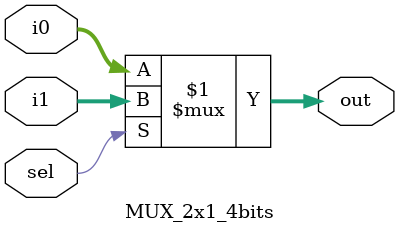
<source format=sv>
module MUX_2x1_4bits (
  input logic [3:0]i0, i1, 			//Entradas de 4 bits
  input logic sel,					//Sinal de seleção
  output [3:0]out					//Saída em 4 bits
); 
   assign out = sel ? i1 : i0; 		//Seleção das entradas 
endmodule 
</source>
